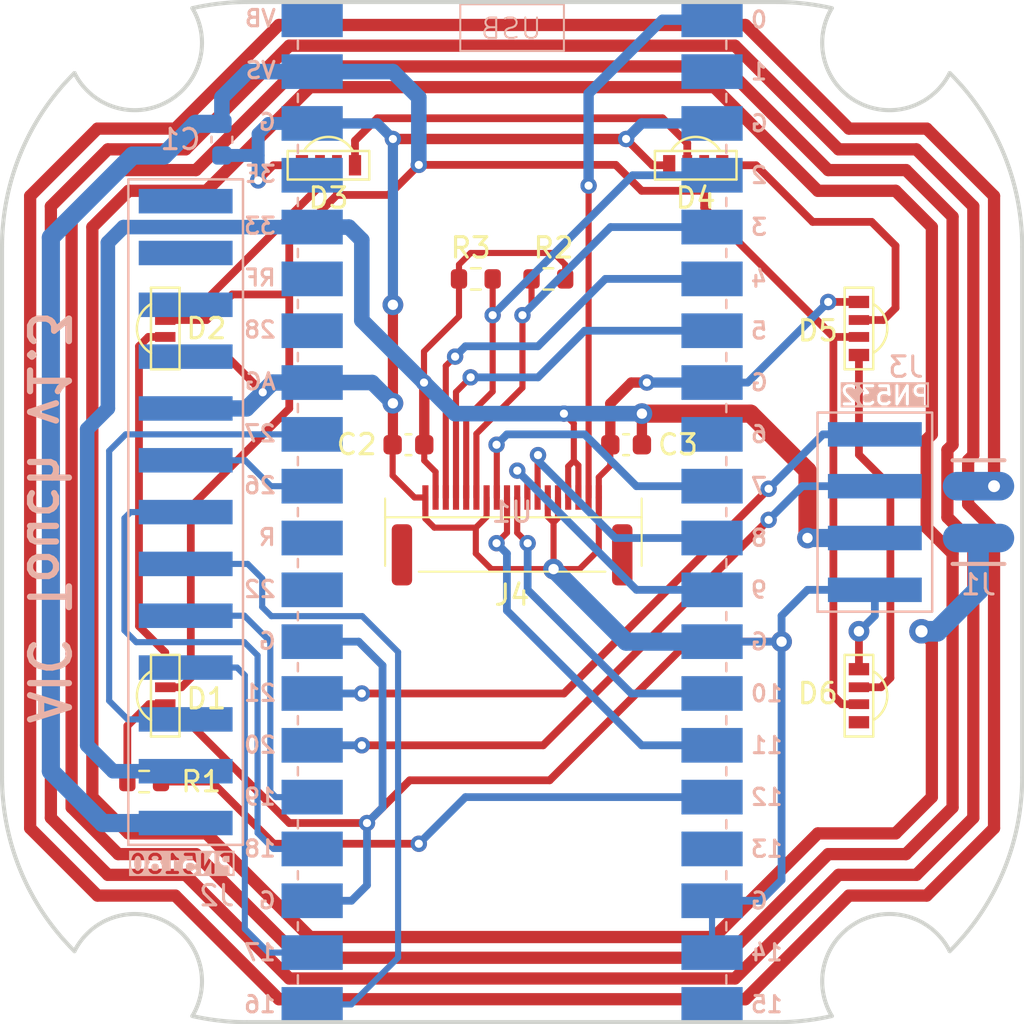
<source format=kicad_pcb>
(kicad_pcb (version 20221018) (generator pcbnew)
  (title_block (title "AIC Pico with PN5180"))
  (layers (0 "F.Cu" signal) (31 "B.Cu" signal) (34 "B.Paste" user) (35 "F.Paste" user) (36 "B.SilkS" user "B.Silkscreen") (37 "F.SilkS" user "F.Silkscreen") (38 "B.Mask" user) (39 "F.Mask" user) (44 "Edge.Cuts" user))
  (net 0 "")
  (net 1 "+5V")
  (net 2 "GND")
  (net 3 "+3V3")
  (net 4 "Net-(D1-In)")
  (net 5 "Net-(D1-Out)")
  (net 6 "Net-(D2-Out)")
  (net 7 "/RGB")
  (net 8 "Net-(D5-Out)")
  (net 10 "/LEDK")
  (net 11 "/D{slash}C")
  (net 12 "/CS")
  (net 13 "/SCK")
  (net 14 "/SDA")
  (net 15 "/RST")
  (net 16 "/TP_SCL")
  (net 17 "/TP_SDA")
  (net 18 "/TP_RST")
  (net 20 "/TP_INT")
  (net 22 "Net-(J3-SDA)")
  (net 23 "Net-(J3-SCL)")
  (net 28 "/ANT")
  (net 29 "Net-(J2-RST)")
  (net 30 "Net-(J2-NSS)")
  (net 31 "Net-(J2-MOSI)")
  (net 32 "Net-(J2-MISO)")
  (net 33 "Net-(J2-SCK)")
  (net 34 "Net-(J2-BUSY)")
  (net 39 "unconnected-(U1-GPIO6-Pad9)")
  (net 43 "Net-(D3-Out)")
  (net 44 "Net-(D4-Out)")
  (footprint "aic_pico:WS2812B-1204" (layer "F.Cu") (at 144.32 96.4 180)
    (fp_text reference "D4")
    (fp_text value "WS2812B_Unified" hide)
  )
  (footprint "aic_pico:WS2812B-1204" (layer "F.Cu") (at 152.32 104.4 90)
    (fp_text reference "D5")
    (fp_text value "WS2812B_Unified" hide)
  )
  (footprint "Resistor_SMD:R_0603_1608Metric" (layer "F.Cu") (at 137.098 101.97)
    (fp_text reference "R2")
    (fp_text value "2K" hide)
  )
  (footprint "aic_pico:WS2812B-1204" (layer "F.Cu") (at 126.32 96.4 180)
    (fp_text reference "D3")
    (fp_text value "WS2812B_Unified" hide)
  )
  (footprint "aic_pico:WS2812B-1204" (layer "F.Cu") (at 118.32 122.4 -90)
    (fp_text reference "D1")
    (fp_text value "WS2812B_Unified" hide)
  )
  (footprint "Capacitor_SMD:C_0603_1608Metric" (layer "F.Cu") (at 140.908 110.098 180)
    (fp_text reference "C3")
    (fp_text value "0.1uF" hide)
  )
  (footprint "Resistor_SMD:R_0603_1608Metric" (layer "F.Cu") (at 117.286 126.608)
    (fp_text reference "R1")
    (fp_text value "10" hide)
  )
  (footprint "Resistor_SMD:R_0603_1608Metric" (layer "F.Cu") (at 133.542 101.97 180)
    (fp_text reference "R3")
    (fp_text value "2K" hide)
  )
  (footprint "aic_pico:FPC-0.5-1.0H-18P" (layer "F.Cu") (at 135.32 114.035)
    (fp_text reference "J4")
    (fp_text value "Display" hide)
  )
  (footprint "Capacitor_SMD:C_0603_1608Metric" (layer "F.Cu") (at 130.24 110.098 180)
    (fp_text reference "C2")
    (fp_text value "0.1uF" hide)
  )
  (footprint "aic_pico:WS2812B-1204" (layer "F.Cu") (at 152.32 122.4 90)
    (fp_text reference "D6")
    (fp_text value "WS2812B_Unified" hide)
  )
  (footprint "aic_pico:WS2812B-1204" (layer "F.Cu") (at 118.32 104.4 -90)
    (fp_text reference "D2")
    (fp_text value "WS2812B_Unified" hide)
  )
  (footprint "aic_pico:ANT_2P" (layer "B.Cu") (at 158.18 113.4)
    (fp_text reference "J1")
    (fp_text value "Antenna" hide)
  )
  (footprint "aic_pico:RPi_Pico_SMD_No_USB" (layer "B.Cu") (at 135.32 113.4 180)
    (fp_text reference "U1")
    (fp_text value "Pico")
  )
  (footprint "aic_pico:pn5180_conn" (layer "B.Cu") (at 119.32 113.4)
    (fp_text reference "J2")
    (fp_text value "PN5180" hide)
  )
  (footprint "aic_pico:pn532_conn" (layer "B.Cu") (at 153.1 113.4)
    (fp_text reference "J3")
    (fp_text value "PN532" hide)
  )
  (footprint "Capacitor_SMD:C_0603_1608Metric" (layer "B.Cu") (at 121.096 95.144819 -90)
    (fp_text reference "C1")
    (fp_text value "0.1uF" hide)
  )
  (gr_line (start 148.32 138.399999) (end 122.32 138.399999) (stroke (width 0.2)) (layer "Edge.Cuts"))
  (gr_line (start 160.32 126.399999) (end 160.32 100.399999) (stroke (width 0.2)) (layer "Edge.Cuts"))
  (gr_arc (start 119.649044 88.701025) (mid 118.410332 93.29151) (end 113.870189 91.879395) (stroke (width 0.2)) (layer "Edge.Cuts"))
  (gr_arc (start 150.990956 138.098973) (mid 152.229668 133.508486) (end 156.769811 134.920603) (stroke (width 0.2)) (layer "Edge.Cuts"))
  (gr_arc (start 110.32 100.399999) (mid 111.243048 95.784684) (end 113.870189 91.879395) (stroke (width 0.2)) (layer "Edge.Cuts"))
  (gr_arc (start 113.870189 134.920603) (mid 111.243048 131.015314) (end 110.32 126.399999) (stroke (width 0.2)) (layer "Edge.Cuts"))
  (gr_arc (start 122.32 138.399999) (mid 120.976067 138.324505) (end 119.649044 138.098973) (stroke (width 0.2)) (layer "Edge.Cuts"))
  (gr_arc (start 156.769811 91.879395) (mid 159.396952 95.784684) (end 160.32 100.399999) (stroke (width 0.2)) (layer "Edge.Cuts"))
  (gr_arc (start 160.32 126.399999) (mid 159.396952 131.015314) (end 156.769811 134.920603) (stroke (width 0.2)) (layer "Edge.Cuts"))
  (gr_arc (start 156.769811 91.879395) (mid 152.229668 93.291511) (end 150.990956 88.701025) (stroke (width 0.2)) (layer "Edge.Cuts"))
  (gr_arc (start 150.990956 138.098973) (mid 149.663933 138.324505) (end 148.32 138.399999) (stroke (width 0.2)) (layer "Edge.Cuts"))
  (gr_arc (start 113.870189 134.920603) (mid 118.410332 133.508487) (end 119.649044 138.098973) (stroke (width 0.2)) (layer "Edge.Cuts"))
  (gr_line (start 148.32 88.399999) (end 122.32 88.399999) (stroke (width 0.2)) (layer "Edge.Cuts"))
  (gr_line (start 110.32 126.399999) (end 110.32 100.399999) (stroke (width 0.2)) (layer "Edge.Cuts"))
  (gr_arc (start 148.32 88.399999) (mid 149.663933 88.475493) (end 150.990956 88.701025) (stroke (width 0.2)) (layer "Edge.Cuts"))
  (gr_arc (start 119.649044 88.701025) (mid 120.976067 88.475493) (end 122.32 88.399999) (stroke (width 0.2)) (layer "Edge.Cuts"))
  (gr_text "AIC Touch v1.3" (at 111.444 113.654 270) (layer "B.SilkS") (effects (font (size 1.905 1.778) (thickness 0.3048) bold) (justify bottom mirror)))
  (gr_text "PN532" (at 155.891601 108.214794) (layer "B.SilkS" knockout) (effects (font (size 0.889 0.889) (thickness 0.1524) bold) (justify left bottom mirror)))
  (gr_text "PN5180" (at 121.858 131.18) (layer "B.SilkS" knockout) (effects (font (size 0.889 0.889) (thickness 0.1524) bold) (justify left bottom mirror)))
  (segment (start 151.489052 122.815) (end 152.32 122.815) (width 0.381) (layer "F.Cu") (net 1))
  (segment (start 119.572 121.528) (end 119.115 121.985) (width 0.381) (layer "F.Cu") (net 1))
  (segment (start 126.735 97.855) (end 124.398 100.192) (width 0.381) (layer "F.Cu") (net 1))
  (segment (start 151.068 104.815) (end 152.32 104.815) (width 0.381) (layer "F.Cu") (net 1))
  (segment (start 124.398 100.192) (end 124.398 102.732) (width 0.381) (layer "F.Cu") (net 1))
  (segment (start 120.351 103.985) (end 121.604 102.732) (width 0.381) (layer "F.Cu") (net 1))
  (segment (start 141.67 97.652) (end 140.4 96.382) (width 0.381) (layer "F.Cu") (net 1))
  (segment (start 140.4 96.382) (end 130.748 96.382) (width 0.381) (layer "F.Cu") (net 1))
  (segment (start 151.068 122.393948) (end 151.489052 122.815) (width 0.381) (layer "F.Cu") (net 1))
  (segment (start 121.604 102.732) (end 124.398 102.732) (width 0.381) (layer "F.Cu") (net 1))
  (segment (start 126.735 97.855) (end 129.275 97.855) (width 0.381) (layer "F.Cu") (net 1))
  (segment (start 124.398 102.732) (end 124.398 108.32) (width 0.381) (layer "F.Cu") (net 1))
  (segment (start 118.32 103.985) (end 120.351 103.985) (width 0.381) (layer "F.Cu") (net 1))
  (segment (start 144.735 97.652) (end 141.67 97.652) (width 0.381) (layer "F.Cu") (net 1))
  (segment (start 144.735 96.4) (end 144.735 98.482) (width 0.381) (layer "F.Cu") (net 1))
  (segment (start 124.398 108.32) (end 119.572 113.146) (width 0.381) (layer "F.Cu") (net 1))
  (segment (start 119.115 121.985) (end 118.32 121.985) (width 0.381) (layer "F.Cu") (net 1))
  (segment (start 126.735 96.4) (end 126.735 97.855) (width 0.381) (layer "F.Cu") (net 1))
  (segment (start 144.735 98.482) (end 151.068 104.815) (width 0.381) (layer "F.Cu") (net 1))
  (segment (start 151.068 104.815) (end 151.068 122.393948) (width 0.381) (layer "F.Cu") (net 1))
  (segment (start 129.275 97.855) (end 130.748 96.382) (width 0.381) (layer "F.Cu") (net 1))
  (segment (start 119.572 113.146) (end 119.572 121.528) (width 0.381) (layer "F.Cu") (net 1))
  (via (at 130.748 96.382) (size 0.8) (drill 0.4) (layers "F.Cu" "B.Cu") (net 1))
  (segment (start 118.251 95.925) (end 119.806181 94.369819) (width 0.889) (layer "B.Cu") (net 1))
  (segment (start 122.366 91.81) (end 121.096 93.08) (width 0.762) (layer "B.Cu") (net 1))
  (segment (start 130.748 96.382) (end 130.748 93.08) (width 0.762) (layer "B.Cu") (net 1))
  (segment (start 116.727 95.925) (end 118.251 95.925) (width 0.889) (layer "B.Cu") (net 1))
  (segment (start 119.32 128.64) (end 115.254 128.64) (width 0.889) (layer "B.Cu") (net 1))
  (segment (start 125.52 91.81) (end 122.366 91.81) (width 0.762) (layer "B.Cu") (net 1))
  (segment (start 115.254 128.64) (end 112.714 126.1) (width 0.889) (layer "B.Cu") (net 1))
  (segment (start 112.714 126.1) (end 112.714 99.938) (width 0.889) (layer "B.Cu") (net 1))
  (segment (start 112.714 99.938) (end 116.727 95.925) (width 0.889) (layer "B.Cu") (net 1))
  (segment (start 129.478 91.81) (end 125.52 91.81) (width 0.762) (layer "B.Cu") (net 1))
  (segment (start 119.806181 94.369819) (end 121.096 94.369819) (width 0.889) (layer "B.Cu") (net 1))
  (segment (start 121.096 93.08) (end 121.096 94.369819) (width 0.762) (layer "B.Cu") (net 1))
  (segment (start 130.748 93.08) (end 129.478 91.81) (width 0.762) (layer "B.Cu") (net 1))
  (segment (start 131.07 112.685) (end 131.07 113.722) (width 0.3) (layer "F.Cu") (net 2))
  (segment (start 128.208 128.64) (end 124.398 128.64) (width 0.381) (layer "F.Cu") (net 2))
  (segment (start 140.133 110.098) (end 140.133 111.127) (width 0.3) (layer "F.Cu") (net 2))
  (segment (start 137.07 112.685) (end 137.07 113.626) (width 0.3) (layer "F.Cu") (net 2))
  (segment (start 134.304 116.194) (end 137.352 116.194) (width 0.3) (layer "F.Cu") (net 2))
  (segment (start 137.57 113.69) (end 137.352 113.908) (width 0.3) (layer "F.Cu") (net 2))
  (segment (start 137.07 113.626) (end 137.352 113.908) (width 0.3) (layer "F.Cu") (net 2))
  (segment (start 118.32 105.7) (end 121.27 105.7) (width 0.381) (layer "F.Cu") (net 2))
  (segment (start 129.465 110.098) (end 129.465 111.611) (width 0.3) (layer "F.Cu") (net 2))
  (segment (start 143.956 119.75) (end 137.161 126.545) (width 0.381) (layer "F.Cu") (net 2))
  (segment (start 140.133 110.098) (end 140.133 108.079) (width 0.508) (layer "F.Cu") (net 2))
  (segment (start 130.539 112.685) (end 131.07 112.685) (width 0.3) (layer "F.Cu") (net 2))
  (segment (start 133.542 115.432) (end 134.304 116.194) (width 0.3) (layer "F.Cu") (net 2))
  (segment (start 130.303 126.545) (end 128.208 128.64) (width 0.381) (layer "F.Cu") (net 2))
  (segment (start 142.196 96.4) (end 143.02 96.4) (width 0.381) (layer "F.Cu") (net 2))
  (segment (start 123.618 96.4) (end 125.02 96.4) (width 0.381) (layer "F.Cu") (net 2))
  (segment (start 139.57 112.685) (end 139.57 115.246) (width 0.3) (layer "F.Cu") (net 2))
  (segment (start 129.465 111.611) (end 130.539 112.685) (width 0.3) (layer "F.Cu") (net 2))
  (segment (start 124.398 128.64) (end 119.458 123.7) (width 0.381) (layer "F.Cu") (net 2))
  (segment (start 129.478 108.066) (end 129.478 110.085) (width 0.5) (layer "F.Cu") (net 2))
  (segment (start 140.133 108.079) (end 141.162 107.05) (width 0.508) (layer "F.Cu") (net 2))
  (segment (start 150.814 103.1) (end 152.32 103.1) (width 0.381) (layer "F.Cu") (net 2))
  (segment (start 137.352 113.908) (end 137.352 116.194) (width 0.3) (layer "F.Cu") (net 2))
  (segment (start 129.478 108.066) (end 129.465 108.079) (width 0.508) (layer "F.Cu") (net 2))
  (segment (start 140.133 111.127) (end 139.57 111.69) (width 0.3) (layer "F.Cu") (net 2))
  (segment (start 131.07 113.722) (end 131.51 114.162) (width 0.3) (layer "F.Cu") (net 2))
  (segment (start 137.161 126.545) (end 130.303 126.545) (width 0.381) (layer "F.Cu") (net 2))
  (segment (start 134.07 113.634) (end 134.07 112.685) (width 0.3) (layer "F.Cu") (net 2))
  (segment (start 133.542 114.162) (end 134.07 113.634) (width 0.3) (layer "F.Cu") (net 2))
  (segment (start 140.908 95.112) (end 142.196 96.4) (width 0.381) (layer "F.Cu") (net 2))
  (segment (start 121.27 105.7) (end 123.098 107.528) (width 0.381) (layer "F.Cu") (net 2))
  (segment (start 148.528 119.75) (end 143.956 119.75) (width 0.381) (layer "F.Cu") (net 2))
  (segment (start 122.874 97.144) (end 123.618 96.4) (width 0.381) (layer "F.Cu") (net 2))
  (segment (start 138.622 116.194) (end 137.352 116.194) (width 0.3) (layer "F.Cu") (net 2))
  (segment (start 131.51 114.162) (end 133.542 114.162) (width 0.3) (layer "F.Cu") (net 2))
  (segment (start 137.57 112.685) (end 137.57 113.69) (width 0.3) (layer "F.Cu") (net 2))
  (segment (start 152.32 119.242) (end 152.32 121.1) (width 0.381) (layer "F.Cu") (net 2))
  (segment (start 129.478 110.085) (end 129.465 110.098) (width 0.5) (layer "F.Cu") (net 2))
  (segment (start 139.57 115.246) (end 138.622 116.194) (width 0.3) (layer "F.Cu") (net 2))
  (segment (start 133.542 114.162) (end 133.542 115.432) (width 0.3) (layer "F.Cu") (net 2))
  (segment (start 129.478 108.066) (end 129.478 103.24) (width 0.5) (layer "F.Cu") (net 2))
  (segment (start 140.908 95.112) (end 129.478 95.112) (width 0.508) (layer "F.Cu") (net 2))
  (segment (start 119.458 123.7) (end 118.32 123.7) (width 0.381) (layer "F.Cu") (net 2))
  (segment (start 141.162 107.05) (end 141.924 107.05) (width 0.508) (layer "F.Cu") (net 2))
  (segment (start 139.57 111.69) (end 139.57 112.685) (width 0.3) (layer "F.Cu") (net 2))
  (via (at 137.352 116.194) (size 1.016) (drill 0.508) (layers "F.Cu" "B.Cu") (net 2))
  (via (at 129.478 108.066) (size 1.016) (drill 0.508) (layers "F.Cu" "B.Cu") (net 2))
  (via (at 140.908 95.112) (size 0.8) (drill 0.4) (layers "F.Cu" "B.Cu") (net 2))
  (via (at 122.874 97.144) (size 0.8) (drill 0.4) (layers "F.Cu" "B.Cu") (net 2))
  (via (at 141.924 107.05) (size 0.8) (drill 0.4) (layers "F.Cu" "B.Cu") (net 2))
  (via (at 128.208 128.64) (size 0.8) (drill 0.4) (layers "F.Cu" "B.Cu") (net 2))
  (via (at 129.478 95.112) (size 0.8) (drill 0.4) (layers "F.Cu" "B.Cu") (net 2))
  (via (at 150.814 103.1) (size 0.8) (drill 0.4) (layers "F.Cu" "B.Cu") (net 2))
  (via (at 123.098 107.528) (size 0.8) (drill 0.4) (layers "F.Cu" "B.Cu") (net 2))
  (via (at 152.32 119.242) (size 1.016) (drill 0.508) (layers "F.Cu" "B.Cu") (net 2))
  (via (at 129.478 103.24) (size 1.016) (drill 0.508) (layers "F.Cu" "B.Cu") (net 2))
  (via (at 148.528 119.75) (size 1.016) (drill 0.508) (layers "F.Cu" "B.Cu") (net 2))
  (segment (start 147.512 132.45) (end 145.12 132.45) (width 0.381) (layer "B.Cu") (net 2))
  (segment (start 148.528 119.75) (end 148.528 118.48) (width 0.381) (layer "B.Cu") (net 2))
  (segment (start 128.462 107.05) (end 125.52 107.05) (width 0.762) (layer "B.Cu") (net 2))
  (segment (start 122.874 95.919819) (end 121.096 95.919819) (width 0.635) (layer "B.Cu") (net 2))
  (segment (start 128.716 94.35) (end 125.52 94.35) (width 0.508) (layer "B.Cu") (net 2))
  (segment (start 123.382 94.35) (end 125.52 94.35) (width 0.635) (layer "B.Cu") (net 2))
  (segment (start 153.1 118.48) (end 153.1 117.21) (width 0.381) (layer "B.Cu") (net 2))
  (segment (start 148.528 131.434) (end 147.512 132.45) (width 0.381) (layer "B.Cu") (net 2))
  (segment (start 128.97 127.878) (end 128.97 120.9185) (width 0.381) (layer "B.Cu") (net 2))
  (segment (start 145.12 107.05) (end 141.924 107.05) (width 0.5) (layer "B.Cu") (net 2))
  (segment (start 150.814 103.1) (end 146.864 107.05) (width 0.381) (layer "B.Cu") (net 2))
  (segment (start 145.12 119.75) (end 148.528 119.75) (width 0.381) (layer "B.Cu") (net 2))
  (segment (start 148.528 119.75) (end 148.528 131.434) (width 0.381) (layer "B.Cu") (net 2))
  (segment (start 129.478 108.066) (end 128.462 107.05) (width 0.762) (layer "B.Cu") (net 2))
  (segment (start 128.208 128.64) (end 128.208 131.688) (width 0.381) (layer "B.Cu") (net 2))
  (segment (start 141.67 94.35) (end 145.12 94.35) (width 0.508) (layer "B.Cu") (net 2))
  (segment (start 137.352 116.194) (end 140.908 119.75) (width 0.889) (layer "B.Cu") (net 2))
  (segment (start 140.908 95.112) (end 141.67 94.35) (width 0.508) (layer "B.Cu") (net 2))
  (segment (start 128.208 128.64) (end 128.97 127.878) (width 0.381) (layer "B.Cu") (net 2))
  (segment (start 140.908 119.75) (end 145.12 119.75) (width 0.889) (layer "B.Cu") (net 2))
  (segment (start 149.798 117.21) (end 153.1 117.21) (width 0.381) (layer "B.Cu") (net 2))
  (segment (start 122.874 97.144) (end 122.874 94.858) (width 0.635) (layer "B.Cu") (net 2))
  (segment (start 128.97 120.9185) (end 127.8015 119.75) (width 0.381) (layer "B.Cu") (net 2))
  (segment (start 145.12 134.99) (end 145.12 132.45) (width 0.3) (layer "B.Cu") (net 2))
  (segment (start 123.576 107.05) (end 125.52 107.05) (width 0.8) (layer "B.Cu") (net 2))
  (segment (start 122.874 94.858) (end 123.382 94.35) (width 0.635) (layer "B.Cu") (net 2))
  (segment (start 146.864 107.05) (end 145.12 107.05) (width 0.381) (layer "B.Cu") (net 2))
  (segment (start 129.478 103.24) (end 129.478 95.112) (width 0.5) (layer "B.Cu") (net 2))
  (segment (start 127.8015 119.75) (end 125.52 119.75) (width 0.381) (layer "B.Cu") (net 2))
  (segment (start 122.306 108.32) (end 123.576 107.05) (width 0.8) (layer "B.Cu") (net 2))
  (segment (start 129.478 95.112) (end 128.716 94.35) (width 0.508) (layer "B.Cu") (net 2))
  (segment (start 148.528 118.48) (end 149.798 117.21) (width 0.381) (layer "B.Cu") (net 2))
  (segment (start 128.208 131.688) (end 127.446 132.45) (width 0.381) (layer "B.Cu") (net 2))
  (segment (start 152.338 119.242) (end 153.1 118.48) (width 0.381) (layer "B.Cu") (net 2))
  (segment (start 119.32 108.32) (end 122.306 108.32) (width 0.8) (layer "B.Cu") (net 2))
  (segment (start 127.446 132.45) (end 125.52 132.45) (width 0.381) (layer "B.Cu") (net 2))
  (segment (start 149.798 111.368) (end 149.798 114.67) (width 0.889) (layer "F.Cu") (net 3))
  (segment (start 131.015 110.098) (end 131.015 110.873) (width 0.3) (layer "F.Cu") (net 3))
  (segment (start 147.004 108.574) (end 149.798 111.368) (width 0.889) (layer "F.Cu") (net 3))
  (segment (start 138.57 111.107) (end 138.3455 110.8825) (width 0.3) (layer "F.Cu") (net 3))
  (segment (start 138.3455 110.8825) (end 138.3455 109.0595) (width 0.3) (layer "F.Cu") (net 3))
  (segment (start 138.3455 109.0595) (end 137.86 108.574) (width 0.3) (layer "F.Cu") (net 3))
  (segment (start 131.015 107.063) (end 131.015 110.098) (width 0.508) (layer "F.Cu") (net 3))
  (segment (start 131.002 105.526) (end 132.717 103.811) (width 0.3) (layer "F.Cu") (net 3))
  (segment (start 141.683 108.574) (end 141.683 110.098) (width 0.508) (layer "F.Cu") (net 3))
  (segment (start 132.717 103.811) (end 132.717 101.97) (width 0.3) (layer "F.Cu") (net 3))
  (segment (start 131.57 111.428) (end 131.57 112.685) (width 0.3) (layer "F.Cu") (net 3))
  (segment (start 131.002 107.05) (end 131.002 105.526) (width 0.3) (layer "F.Cu") (net 3))
  (segment (start 133.288 100.7) (end 137.352 100.7) (width 0.3) (layer "F.Cu") (net 3))
  (segment (start 138.07 111.158) (end 138.3455 110.8825) (width 0.3) (layer "F.Cu") (net 3))
  (segment (start 137.352 100.7) (end 137.923 101.271) (width 0.3) (layer "F.Cu") (net 3))
  (segment (start 138.57 112.685) (end 138.57 111.107) (width 0.3) (layer "F.Cu") (net 3))
  (segment (start 137.923 101.271) (end 137.923 101.97) (width 0.3) (layer "F.Cu") (net 3))
  (segment (start 131.015 110.873) (end 131.57 111.428) (width 0.3) (layer "F.Cu") (net 3))
  (segment (start 141.683 108.574) (end 147.004 108.574) (width 0.889) (layer "F.Cu") (net 3))
  (segment (start 132.717 101.271) (end 133.288 100.7) (width 0.3) (layer "F.Cu") (net 3))
  (segment (start 131.002 107.05) (end 131.015 107.063) (width 0.3) (layer "F.Cu") (net 3))
  (segment (start 132.717 101.97) (end 132.717 101.271) (width 0.3) (layer "F.Cu") (net 3))
  (segment (start 138.07 112.685) (end 138.07 111.158) (width 0.3) (layer "F.Cu") (net 3))
  (via (at 137.86 108.574) (size 0.8) (drill 0.4) (layers "F.Cu" "B.Cu") (net 3))
  (via (at 141.683 108.574) (size 1.016) (drill 0.508) (layers "F.Cu" "B.Cu") (net 3))
  (via (at 149.798 114.67) (size 1.016) (drill 0.508) (layers "F.Cu" "B.Cu") (net 3))
  (via (at 131.002 107.05) (size 0.8) (drill 0.4) (layers "F.Cu" "B.Cu") (net 3))
  (segment (start 127.319 99.43) (end 125.52 99.43) (width 0.762) (layer "B.Cu") (net 3))
  (segment (start 125.52 99.43) (end 116.27 99.43) (width 0.7112) (layer "B.Cu") (net 3))
  (segment (start 114.492 124.83) (end 115.762 126.1) (width 0.7112) (layer "B.Cu") (net 3))
  (segment (start 114.492 109.336) (end 114.492 124.83) (width 0.7112) (layer "B.Cu") (net 3))
  (segment (start 116.27 99.43) (end 115.508 100.192) (width 0.7112) (layer "B.Cu") (net 3))
  (segment (start 131.002 107.05) (end 127.954 104.002) (width 0.762) (layer "B.Cu") (net 3))
  (segment (start 127.954 104.002) (end 127.954 100.065) (width 0.762) (layer "B.Cu") (net 3))
  (segment (start 115.508 108.32) (end 114.492 109.336) (width 0.7112) (layer "B.Cu") (net 3))
  (segment (start 115.762 126.1) (end 120.08 126.1) (width 0.7112) (layer "B.Cu") (net 3))
  (segment (start 132.526 108.574) (end 131.002 107.05) (width 0.762) (layer "B.Cu") (net 3))
  (segment (start 127.954 100.065) (end 127.319 99.43) (width 0.762) (layer "B.Cu") (net 3))
  (segment (start 149.798 114.67) (end 153.1 114.67) (width 0.889) (layer "B.Cu") (net 3))
  (segment (start 115.508 100.192) (end 115.508 108.32) (width 0.7112) (layer "B.Cu") (net 3))
  (segment (start 141.683 108.574) (end 132.526 108.574) (width 0.762) (layer "B.Cu") (net 3))
  (segment (start 116.461 123.877) (end 117.523 122.815) (width 0.381) (layer "F.Cu") (net 4))
  (segment (start 116.461 126.608) (end 116.461 123.877) (width 0.381) (layer "F.Cu") (net 4))
  (segment (start 117.523 122.815) (end 118.32 122.815) (width 0.381) (layer "F.Cu") (net 4))
  (segment (start 118.32 120.276) (end 117.032 118.988) (width 0.381) (layer "F.Cu") (net 5))
  (segment (start 117.032 105.272) (end 117.489 104.815) (width 0.381) (layer "F.Cu") (net 5))
  (segment (start 118.32 121.1) (end 118.32 120.276) (width 0.381) (layer "F.Cu") (net 5))
  (segment (start 117.032 118.988) (end 117.032 105.272) (width 0.381) (layer "F.Cu") (net 5))
  (segment (start 117.489 104.815) (end 118.32 104.815) (width 0.381) (layer "F.Cu") (net 5))
  (segment (start 125.905 97.415) (end 125.905 96.4) (width 0.381) (layer "F.Cu") (net 6))
  (segment (start 120.22 103.1) (end 125.905 97.415) (width 0.381) (layer "F.Cu") (net 6))
  (segment (start 118.32 103.1) (end 120.22 103.1) (width 0.381) (layer "F.Cu") (net 6))
  (segment (start 123.636 129.656) (end 120.588 126.608) (width 0.381) (layer "F.Cu") (net 7))
  (segment (start 120.588 126.608) (end 118.111 126.608) (width 0.381) (layer "F.Cu") (net 7))
  (segment (start 130.748 129.656) (end 123.636 129.656) (width 0.381) (layer "F.Cu") (net 7))
  (via (at 130.748 129.656) (size 0.8) (drill 0.4) (layers "F.Cu" "B.Cu") (net 7))
  (segment (start 130.748 129.656) (end 133.034 127.37) (width 0.381) (layer "B.Cu") (net 7))
  (segment (start 133.034 127.37) (end 145.12 127.37) (width 0.381) (layer "B.Cu") (net 7))
  (segment (start 152.32 110.588) (end 153.862 112.13) (width 0.381) (layer "F.Cu") (net 8))
  (segment (start 152.32 105.7) (end 152.32 110.588) (width 0.381) (layer "F.Cu") (net 8))
  (segment (start 153.862 121.528) (end 153.405 121.985) (width 0.381) (layer "F.Cu") (net 8))
  (segment (start 153.405 121.985) (end 152.32 121.985) (width 0.381) (layer "F.Cu") (net 8))
  (segment (start 153.862 112.13) (end 153.862 121.528) (width 0.381) (layer "F.Cu") (net 8))
  (segment (start 139.07 97.398) (end 139.07 112.685) (width 0.3) (layer "F.Cu") (net 10))
  (via (at 139.07 97.398) (size 0.8) (drill 0.4) (layers "F.Cu" "B.Cu") (net 10))
  (segment (start 139.07 92.886) (end 142.686 89.27) (width 0.508) (layer "B.Cu") (net 10))
  (segment (start 142.686 89.27) (end 145.12 89.27) (width 0.508) (layer "B.Cu") (net 10))
  (segment (start 139.07 97.398) (end 139.07 92.886) (width 0.508) (layer "B.Cu") (net 10))
  (segment (start 136.57 110.626) (end 136.57 112.685) (width 0.3) (layer "F.Cu") (net 11))
  (segment (start 136.59 110.606) (end 136.57 110.626) (width 0.3) (layer "F.Cu") (net 11))
  (via (at 136.59 110.606) (size 0.8) (drill 0.4) (layers "F.Cu" "B.Cu") (net 11))
  (segment (start 140.38 114.67) (end 145.12 114.67) (width 0.381) (layer "B.Cu") (net 11))
  (segment (start 136.59 110.606) (end 136.59 110.88) (width 0.381) (layer "B.Cu") (net 11))
  (segment (start 136.59 110.88) (end 140.38 114.67) (width 0.381) (layer "B.Cu") (net 11))
  (segment (start 136.07 112.685) (end 136.07 111.864) (width 0.3) (layer "F.Cu") (net 12))
  (segment (start 136.07 111.864) (end 135.574 111.368) (width 0.3) (layer "F.Cu") (net 12))
  (via (at 135.574 111.368) (size 0.8) (drill 0.4) (layers "F.Cu" "B.Cu") (net 12))
  (segment (start 141.416 117.21) (end 145.12 117.21) (width 0.381) (layer "B.Cu") (net 12))
  (segment (start 135.574 111.368) (end 141.416 117.21) (width 0.381) (layer "B.Cu") (net 12))
  (segment (start 136.082 114.924) (end 135.57 114.412) (width 0.3) (layer "F.Cu") (net 13))
  (segment (start 135.57 114.412) (end 135.57 112.685) (width 0.3) (layer "F.Cu") (net 13))
  (via (at 136.082 114.924) (size 0.8) (drill 0.4) (layers "F.Cu" "B.Cu") (net 13))
  (segment (start 136.082 117.21) (end 141.162 122.29) (width 0.381) (layer "B.Cu") (net 13))
  (segment (start 141.162 122.29) (end 145.12 122.29) (width 0.381) (layer "B.Cu") (net 13))
  (segment (start 136.082 114.924) (end 136.082 117.21) (width 0.381) (layer "B.Cu") (net 13))
  (segment (start 135.07 114.412) (end 135.07 112.685) (width 0.3) (layer "F.Cu") (net 14))
  (segment (start 134.558 114.924) (end 135.07 114.412) (width 0.3) (layer "F.Cu") (net 14))
  (via (at 134.558 114.924) (size 0.8) (drill 0.4) (layers "F.Cu" "B.Cu") (net 14))
  (segment (start 135.066 118.226) (end 141.67 124.83) (width 0.381) (layer "B.Cu") (net 14))
  (segment (start 141.67 124.83) (end 145.12 124.83) (width 0.381) (layer "B.Cu") (net 14))
  (segment (start 134.558 114.924) (end 135.066 115.432) (width 0.381) (layer "B.Cu") (net 14))
  (segment (start 135.066 115.432) (end 135.066 118.226) (width 0.381) (layer "B.Cu") (net 14))
  (segment (start 134.57 110.11) (end 134.57 112.685) (width 0.3) (layer "F.Cu") (net 15))
  (segment (start 134.558 110.098) (end 134.57 110.11) (width 0.3) (layer "F.Cu") (net 15))
  (via (at 134.558 110.098) (size 0.8) (drill 0.4) (layers "F.Cu" "B.Cu") (net 15))
  (segment (start 135.066 109.59) (end 138.876 109.59) (width 0.381) (layer "B.Cu") (net 15))
  (segment (start 134.558 110.098) (end 135.066 109.59) (width 0.381) (layer "B.Cu") (net 15))
  (segment (start 138.876 109.59) (end 141.416 112.13) (width 0.381) (layer "B.Cu") (net 15))
  (segment (start 141.416 112.13) (end 145.12 112.13) (width 0.381) (layer "B.Cu") (net 15))
  (segment (start 135.828 103.748) (end 136.273 103.303) (width 0.3) (layer "F.Cu") (net 16))
  (segment (start 135.828 107.304) (end 133.57 109.562) (width 0.3) (layer "F.Cu") (net 16))
  (segment (start 135.828 103.748) (end 135.828 107.304) (width 0.3) (layer "F.Cu") (net 16))
  (segment (start 133.57 109.562) (end 133.57 112.685) (width 0.3) (layer "F.Cu") (net 16))
  (segment (start 136.273 103.303) (end 136.273 101.97) (width 0.3) (layer "F.Cu") (net 16))
  (via (at 135.828 103.748) (size 0.8) (drill 0.4) (layers "F.Cu" "B.Cu") (net 16))
  (segment (start 135.828 103.748) (end 140.146 99.43) (width 0.381) (layer "B.Cu") (net 16))
  (segment (start 140.146 99.43) (end 145.12 99.43) (width 0.381) (layer "B.Cu") (net 16))
  (segment (start 134.367 103.748) (end 134.367 107.495) (width 0.3) (layer "F.Cu") (net 17))
  (segment (start 134.367 107.495) (end 133.07 108.792) (width 0.3) (layer "F.Cu") (net 17))
  (segment (start 133.07 108.792) (end 133.07 112.685) (width 0.3) (layer "F.Cu") (net 17))
  (segment (start 134.367 103.748) (end 134.367 101.97) (width 0.3) (layer "F.Cu") (net 17))
  (via (at 134.367 103.748) (size 0.8) (drill 0.4) (layers "F.Cu" "B.Cu") (net 17))
  (segment (start 141.225 96.89) (end 145.12 96.89) (width 0.381) (layer "B.Cu") (net 17))
  (segment (start 134.367 103.748) (end 141.225 96.89) (width 0.381) (layer "B.Cu") (net 17))
  (segment (start 133.288 106.796) (end 132.57 107.514) (width 0.3) (layer "F.Cu") (net 18))
  (segment (start 132.57 107.514) (end 132.57 112.685) (width 0.3) (layer "F.Cu") (net 18))
  (via (at 133.288 106.796) (size 0.8) (drill 0.4) (layers "F.Cu" "B.Cu") (net 18))
  (segment (start 133.288 106.796) (end 136.59 106.796) (width 0.381) (layer "B.Cu") (net 18))
  (segment (start 136.59 106.796) (end 138.876 104.51) (width 0.381) (layer "B.Cu") (net 18))
  (segment (start 138.876 104.51) (end 145.12 104.51) (width 0.381) (layer "B.Cu") (net 18))
  (segment (start 132.07 106.236) (end 132.07 112.685) (width 0.3) (layer "F.Cu") (net 20))
  (segment (start 132.526 105.78) (end 132.07 106.236) (width 0.3) (layer "F.Cu") (net 20))
  (via (at 132.526 105.78) (size 0.8) (drill 0.4) (layers "F.Cu" "B.Cu") (net 20))
  (segment (start 133.034 105.272) (end 136.59 105.272) (width 0.381) (layer "B.Cu") (net 20))
  (segment (start 132.526 105.78) (end 133.034 105.272) (width 0.381) (layer "B.Cu") (net 20))
  (segment (start 139.892 101.97) (end 145.12 101.97) (width 0.381) (layer "B.Cu") (net 20))
  (segment (start 136.59 105.272) (end 139.892 101.97) (width 0.381) (layer "B.Cu") (net 20))
  (segment (start 136.844 124.83) (end 127.954 124.83) (width 0.381) (layer "F.Cu") (net 22))
  (segment (start 147.893 113.781) (end 136.844 124.83) (width 0.381) (layer "F.Cu") (net 22))
  (via (at 147.893 113.781) (size 0.8) (drill 0.4) (layers "F.Cu" "B.Cu") (net 22))
  (via (at 127.954 124.83) (size 0.8) (drill 0.4) (layers "F.Cu" "B.Cu") (net 22))
  (segment (start 149.544 112.13) (end 153.1 112.13) (width 0.381) (layer "B.Cu") (net 22))
  (segment (start 125.52 124.83) (end 127.954 124.83) (width 0.381) (layer "B.Cu") (net 22))
  (segment (start 147.893 113.781) (end 149.544 112.13) (width 0.381) (layer "B.Cu") (net 22))
  (segment (start 147.893 112.257) (end 137.86 122.29) (width 0.381) (layer "F.Cu") (net 23))
  (segment (start 137.86 122.29) (end 127.954 122.29) (width 0.381) (layer "F.Cu") (net 23))
  (via (at 127.954 122.29) (size 0.8) (drill 0.4) (layers "F.Cu" "B.Cu") (net 23))
  (via (at 147.893 112.257) (size 0.8) (drill 0.4) (layers "F.Cu" "B.Cu") (net 23))
  (segment (start 125.52 122.29) (end 127.954 122.29) (width 0.381) (layer "B.Cu") (net 23))
  (segment (start 150.56 109.59) (end 153.1 109.59) (width 0.381) (layer "B.Cu") (net 23))
  (segment (start 147.893 112.257) (end 150.56 109.59) (width 0.381) (layer "B.Cu") (net 23))
  (segment locked (start 150.306 97.652) (end 154.116 97.652) (width 0.6) (layer "F.Cu") (net 28))
  (segment locked (start 154.116 129.148) (end 150.306 129.148) (width 0.6) (layer "F.Cu") (net 28))
  (segment locked (start 155.894 109.59) (end 155.64 109.844) (width 0.6) (layer "F.Cu") (net 28))
  (segment locked (start 113.73 127.878) (end 113.73 98.922) (width 0.6) (layer "F.Cu") (net 28))
  (segment locked (start 155.64 94.604) (end 158.942 97.906) (width 0.6) (layer "F.Cu") (net 28))
  (segment locked (start 157.926 110.606) (end 157.672 110.86) (width 0.6) (layer "F.Cu") (net 28))
  (segment locked (start 116.016 96.636) (end 119.826 96.636) (width 0.6) (layer "F.Cu") (net 28))
  (segment locked (start 145.226 134.228) (end 125.414 134.228) (width 0.6) (layer "F.Cu") (net 28))
  (segment locked (start 157.672 110.86) (end 157.672 113.019) (width 0.6) (layer "F.Cu") (net 28))
  (segment locked (start 156.656 110.352) (end 156.656 113.654) (width 0.6) (layer "F.Cu") (net 28))
  (segment locked (start 158.942 114.289) (end 158.942 128.894) (width 0.6) (layer "F.Cu") (net 28))
  (segment locked (start 114.746 99.43) (end 116.524 97.652) (width 0.6) (layer "F.Cu") (net 28))
  (segment locked (start 151.83 132.196) (end 146.75 137.276) (width 0.6) (layer "F.Cu") (net 28))
  (segment locked (start 155.894 99.43) (end 155.894 109.59) (width 0.6) (layer "F.Cu") (net 28))
  (segment locked (start 112.714 98.414) (end 115.508 95.62) (width 0.6) (layer "F.Cu") (net 28))
  (segment locked (start 119.318 131.18) (end 115.508 131.18) (width 0.6) (layer "F.Cu") (net 28))
  (segment locked (start 118.81 94.604) (end 123.89 89.524) (width 0.6) (layer "F.Cu") (net 28))
  (segment locked (start 157.926 114.924) (end 157.926 128.386) (width 0.6) (layer "F.Cu") (net 28))
  (segment locked (start 156.91 127.878) (end 154.624 130.164) (width 0.6) (layer "F.Cu") (net 28))
  (segment locked (start 151.83 94.604) (end 155.64 94.604) (width 0.6) (layer "F.Cu") (net 28))
  (segment locked (start 119.318 95.62) (end 124.398 90.54) (width 0.6) (layer "F.Cu") (net 28))
  (segment locked (start 145.226 92.572) (end 150.306 97.652) (width 0.6) (layer "F.Cu") (net 28))
  (segment locked (start 146.242 136.26) (end 124.398 136.26) (width 0.6) (layer "F.Cu") (net 28))
  (segment locked (start 124.906 91.556) (end 145.734 91.556) (width 0.6) (layer "F.Cu") (net 28))
  (segment locked (start 114.746 127.37) (end 114.746 99.43) (width 0.6) (layer "F.Cu") (net 28))
  (segment locked (start 112.714 128.386) (end 112.714 98.414) (width 0.6) (layer "F.Cu") (net 28))
  (segment locked (start 154.624 130.164) (end 150.814 130.164) (width 0.6) (layer "F.Cu") (net 28))
  (segment locked (start 150.814 96.636) (end 154.624 96.636) (width 0.6) (layer "F.Cu") (net 28))
  (segment locked (start 155.64 114.162) (end 156.91 115.432) (width 0.6) (layer "F.Cu") (net 28))
  (segment locked (start 155.64 109.844) (end 155.64 114.162) (width 0.6) (layer "F.Cu") (net 28))
  (segment locked (start 123.89 89.524) (end 146.75 89.524) (width 0.6) (layer "F.Cu") (net 28))
  (segment locked (start 116.524 97.652) (end 120.334 97.652) (width 0.6) (layer "F.Cu") (net 28))
  (segment locked (start 125.414 92.572) (end 145.226 92.572) (width 0.6) (layer "F.Cu") (net 28))
  (segment locked (start 155.132 95.62) (end 157.926 98.414) (width 0.6) (layer "F.Cu") (net 28))
  (segment locked (start 158.942 128.894) (end 155.64 132.196) (width 0.6) (layer "F.Cu") (net 28))
  (segment (start 155.894 119.75) (end 155.894 127.37) (width 0.6) (layer "F.Cu") (net 28))
  (segment locked (start 156.656 113.654) (end 157.926 114.924) (width 0.6) (layer "F.Cu") (net 28))
  (segment locked (start 150.814 130.164) (end 145.734 135.244) (width 0.6) (layer "F.Cu") (net 28))
  (segment locked (start 146.75 89.524) (end 151.83 94.604) (width 0.6) (layer "F.Cu") (net 28))
  (segment locked (start 111.698 128.894) (end 111.698 97.906) (width 0.6) (layer "F.Cu") (net 28))
  (segment locked (start 156.91 115.432) (end 156.91 127.878) (width 0.6) (layer "F.Cu") (net 28))
  (segment locked (start 120.334 97.652) (end 125.414 92.572) (width 0.6) (layer "F.Cu") (net 28))
  (segment locked (start 157.926 98.414) (end 157.926 110.606) (width 0.6) (layer "F.Cu") (net 28))
  (segment locked (start 155.64 132.196) (end 151.83 132.196) (width 0.6) (layer "F.Cu") (net 28))
  (segment locked (start 156.91 110.098) (end 156.656 110.352) (width 0.6) (layer "F.Cu") (net 28))
  (segment locked (start 154.116 97.652) (end 155.894 99.43) (width 0.6) (layer "F.Cu") (net 28))
  (segment locked (start 115 132.196) (end 111.698 128.894) (width 0.6) (layer "F.Cu") (net 28))
  (segment locked (start 120.334 129.148) (end 116.524 129.148) (width 0.6) (layer "F.Cu") (net 28))
  (segment locked (start 119.826 96.636) (end 124.906 91.556) (width 0.6) (layer "F.Cu") (net 28))
  (segment (start 155.386 119.242) (end 155.894 119.75) (width 0.6) (layer "F.Cu") (net 28))
  (segment locked (start 151.322 95.62) (end 155.132 95.62) (width 0.6) (layer "F.Cu") (net 28))
  (segment locked (start 116.524 129.148) (end 114.746 127.37) (width 0.6) (layer "F.Cu") (net 28))
  (segment locked (start 151.322 131.18) (end 146.242 136.26) (width 0.6) (layer "F.Cu") (net 28))
  (segment locked (start 124.398 90.54) (end 146.242 90.54) (width 0.6) (layer "F.Cu") (net 28))
  (segment locked (start 116.016 130.164) (end 113.73 127.878) (width 0.6) (layer "F.Cu") (net 28))
  (segment locked (start 146.242 90.54) (end 151.322 95.62) (width 0.6) (layer "F.Cu") (net 28))
  (segment locked (start 154.624 96.636) (end 156.91 98.922) (width 0.6) (layer "F.Cu") (net 28))
  (segment locked (start 125.414 134.228) (end 120.334 129.148) (width 0.6) (layer "F.Cu") (net 28))
  (segment locked (start 119.826 130.164) (end 116.016 130.164) (width 0.6) (layer "F.Cu") (net 28))
  (segment locked (start 150.306 129.148) (end 145.226 134.228) (width 0.6) (layer "F.Cu") (net 28))
  (segment locked (start 118.81 132.196) (end 115 132.196) (width 0.6) (layer "F.Cu") (net 28))
  (segment locked (start 157.672 113.019) (end 158.942 114.289) (width 0.6) (layer "F.Cu") (net 28))
  (segment locked (start 145.734 91.556) (end 150.814 96.636) (width 0.6) (layer "F.Cu") (net 28))
  (segment locked (start 113.73 98.922) (end 116.016 96.636) (width 0.6) (layer "F.Cu") (net 28))
  (segment locked (start 115 94.604) (end 118.81 94.604) (width 0.6) (layer "F.Cu") (net 28))
  (segment locked (start 115.508 131.18) (end 112.714 128.386) (width 0.6) (layer "F.Cu") (net 28))
  (segment locked (start 158.942 97.906) (end 158.942 112.13) (width 0.6) (layer "F.Cu") (net 28))
  (segment locked (start 124.398 136.26) (end 119.318 131.18) (width 0.6) (layer "F.Cu") (net 28))
  (segment locked (start 156.91 98.922) (end 156.91 110.098) (width 0.6) (layer "F.Cu") (net 28))
  (segment locked (start 155.894 127.37) (end 154.116 129.148) (width 0.6) (layer "F.Cu") (net 28))
  (segment locked (start 157.926 128.386) (end 155.132 131.18) (width 0.6) (layer "F.Cu") (net 28))
  (segment locked (start 146.75 137.276) (end 123.89 137.276) (width 0.6) (layer "F.Cu") (net 28))
  (segment locked (start 145.734 135.244) (end 124.906 135.244) (width 0.6) (layer "F.Cu") (net 28))
  (segment locked (start 111.698 97.906) (end 115 94.604) (width 0.6) (layer "F.Cu") (net 28))
  (segment locked (start 124.906 135.244) (end 119.826 130.164) (width 0.6) (layer "F.Cu") (net 28))
  (segment locked (start 115.508 95.62) (end 119.318 95.62) (width 0.6) (layer "F.Cu") (net 28))
  (segment locked (start 123.89 137.276) (end 118.81 132.196) (width 0.6) (layer "F.Cu") (net 28))
  (segment locked (start 155.132 131.18) (end 151.322 131.18) (width 0.6) (layer "F.Cu") (net 28))
  (via (at 155.386 119.242) (size 1.2) (drill 0.6) (layers "F.Cu" "B.Cu") (net 28))
  (via (at 158.942 112.13) (size 1.143) (drill 0.5842) (layers "F.Cu" "B.Cu") (net 28))
  (segment (start 158.18 117.21) (end 158.18 114.67) (width 1.016) (layer "B.Cu") (net 28))
  (segment (start 155.386 119.242) (end 156.148 119.242) (width 1.016) (layer "B.Cu") (net 28))
  (segment (start 156.148 119.242) (end 158.18 117.21) (width 1.016) (layer "B.Cu") (net 28))
  (segment (start 125.52 109.59) (end 116.38 109.59) (width 0.3) (layer "B.Cu") (net 29))
  (segment (start 116.48 123.56) (end 119.32 123.56) (width 0.3) (layer "B.Cu") (net 29))
  (segment (start 116.38 109.59) (end 115.57 110.4) (width 0.3) (layer "B.Cu") (net 29))
  (segment (start 115.57 110.4) (end 115.57 122.65) (width 0.3) (layer "B.Cu") (net 29))
  (segment (start 115.57 122.65) (end 116.48 123.56) (width 0.3) (layer "B.Cu") (net 29))
  (segment (start 122.22 121.4) (end 122.22 133.828) (width 0.3) (layer "B.Cu") (net 30))
  (segment (start 122.22 133.828) (end 123.382 134.99) (width 0.3) (layer "B.Cu") (net 30))
  (segment (start 123.382 134.99) (end 125.52 134.99) (width 0.3) (layer "B.Cu") (net 30))
  (segment (start 121.84 121.02) (end 122.22 121.4) (width 0.3) (layer "B.Cu") (net 30))
  (segment (start 119.32 121.02) (end 121.84 121.02) (width 0.3) (layer "B.Cu") (net 30))
  (segment (start 123.47 119.75) (end 123.47 127.1) (width 0.3) (layer "B.Cu") (net 31))
  (segment (start 123.74 127.37) (end 125.52 127.37) (width 0.3) (layer "B.Cu") (net 31))
  (segment (start 122.2 118.48) (end 123.47 119.75) (width 0.3) (layer "B.Cu") (net 31))
  (segment (start 119.32 118.48) (end 122.2 118.48) (width 0.3) (layer "B.Cu") (net 31))
  (segment (start 123.47 127.1) (end 123.74 127.37) (width 0.3) (layer "B.Cu") (net 31))
  (segment (start 129.732 120.258) (end 127.974 118.5) (width 0.3) (layer "B.Cu") (net 32))
  (segment (start 123.07 116.65) (end 122.36 115.94) (width 0.3) (layer "B.Cu") (net 32))
  (segment (start 122.36 115.94) (end 119.32 115.94) (width 0.3) (layer "B.Cu") (net 32))
  (segment (start 129.732 135.238) (end 129.732 120.258) (width 0.3) (layer "B.Cu") (net 32))
  (segment (start 123.07 118.05) (end 123.07 116.65) (width 0.3) (layer "B.Cu") (net 32))
  (segment (start 125.52 137.53) (end 127.44 137.53) (width 0.3) (layer "B.Cu") (net 32))
  (segment (start 127.974 118.5) (end 123.52 118.5) (width 0.3) (layer "B.Cu") (net 32))
  (segment (start 127.44 137.53) (end 129.732 135.238) (width 0.3) (layer "B.Cu") (net 32))
  (segment (start 123.52 118.5) (end 123.07 118.05) (width 0.3) (layer "B.Cu") (net 32))
  (segment (start 122.845 129.125) (end 122.845 120.425) (width 0.3) (layer "B.Cu") (net 33))
  (segment (start 123.63 129.91) (end 122.845 129.125) (width 0.3) (layer "B.Cu") (net 33))
  (segment (start 116.32 119.2) (end 116.32 113.7) (width 0.3) (layer "B.Cu") (net 33))
  (segment (start 116.32 113.7) (end 116.62 113.4) (width 0.3) (layer "B.Cu") (net 33))
  (segment (start 122.845 120.425) (end 122.195 119.775) (width 0.3) (layer "B.Cu") (net 33))
  (segment (start 122.195 119.775) (end 116.895 119.775) (width 0.3) (layer "B.Cu") (net 33))
  (segment (start 116.895 119.775) (end 116.32 119.2) (width 0.3) (layer "B.Cu") (net 33))
  (segment (start 125.52 129.91) (end 123.63 129.91) (width 0.3) (layer "B.Cu") (net 33))
  (segment (start 116.62 113.4) (end 119.32 113.4) (width 0.3) (layer "B.Cu") (net 33))
  (segment (start 123.5 112.13) (end 125.52 112.13) (width 0.3) (layer "B.Cu") (net 34))
  (segment (start 122.23 110.86) (end 123.5 112.13) (width 0.3) (layer "B.Cu") (net 34))
  (segment (start 119.32 110.86) (end 122.23 110.86) (width 0.3) (layer "B.Cu") (net 34))
  (segment (start 145.111 109.581) (end 145.12 109.59) (width 0.381) (layer "B.Cu") (net 39))
  (segment (start 127.62 95.192) (end 128.716 94.096) (width 0.381) (layer "F.Cu") (net 43))
  (segment (start 142.686 94.096) (end 143.905 95.315) (width 0.381) (layer "F.Cu") (net 43))
  (segment (start 128.716 94.096) (end 142.686 94.096) (width 0.381) (layer "F.Cu") (net 43))
  (segment (start 143.905 95.315) (end 143.905 96.4) (width 0.381) (layer "F.Cu") (net 43))
  (segment (start 127.62 96.4) (end 127.62 95.192) (width 0.381) (layer "F.Cu") (net 43))
  (segment (start 150.052 99.176) (end 152.943 99.176) (width 0.381) (layer "F.Cu") (net 44))
  (segment (start 152.943 99.176) (end 154.113 100.346) (width 0.381) (layer "F.Cu") (net 44))
  (segment (start 153.522 103.985) (end 152.32 103.985) (width 0.381) (layer "F.Cu") (net 44))
  (segment (start 145.62 96.4) (end 147.276 96.4) (width 0.381) (layer "F.Cu") (net 44))
  (segment (start 154.113 100.346) (end 154.113 103.394) (width 0.381) (layer "F.Cu") (net 44))
  (segment (start 154.113 103.394) (end 153.522 103.985) (width 0.381) (layer "F.Cu") (net 44))
  (segment (start 147.276 96.4) (end 150.052 99.176) (width 0.381) (layer "F.Cu") (net 44))
)
</source>
